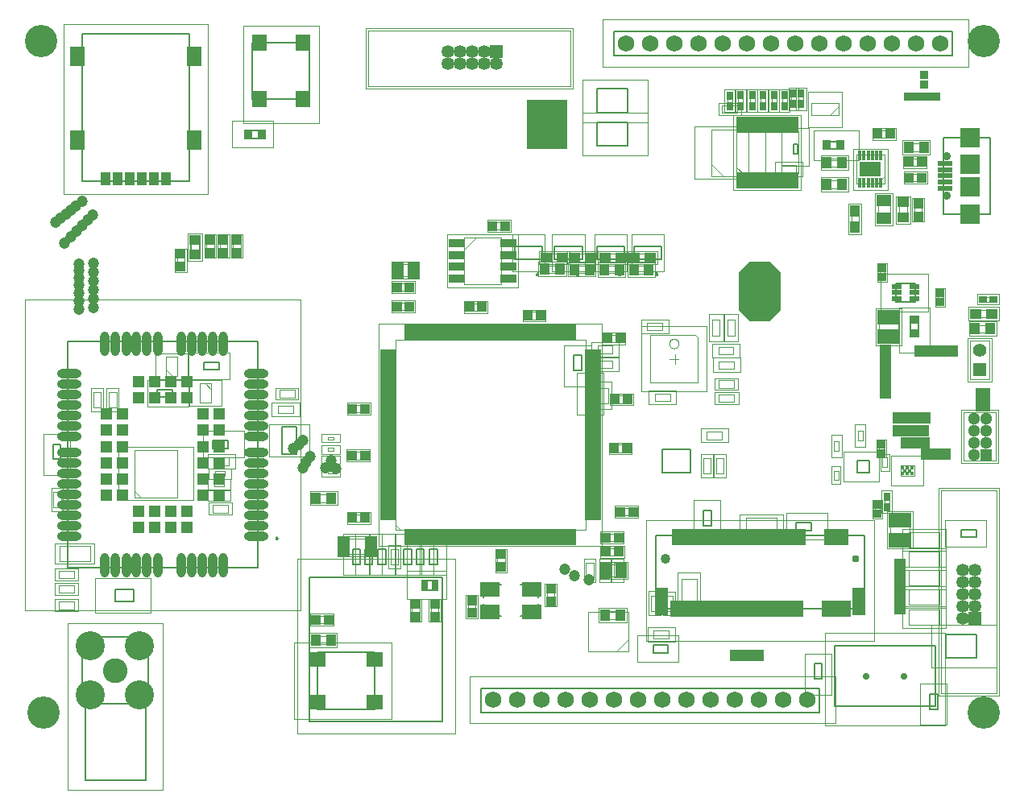
<source format=gts>
%FSTAX23Y23*%
%MOIN*%
%SFA1B1*%

%IPPOS*%
%AMD100*
4,1,8,-0.087400,0.078300,-0.087400,-0.078300,-0.043700,-0.122000,0.043700,-0.122000,0.087400,-0.078300,0.087400,0.078300,0.043700,0.122000,-0.043700,0.122000,-0.087400,0.078300,0.0*
%
%ADD10C,0.007874*%
%ADD14C,0.003937*%
%ADD15C,0.005118*%
%ADD16C,0.007874*%
%ADD18C,0.000000*%
%ADD19C,0.001969*%
%ADD59R,0.039370X0.045275*%
%ADD60R,0.068110X0.033465*%
%ADD61R,0.047244X0.039370*%
%ADD62R,0.019685X0.068898*%
%ADD63R,0.055118X0.116142*%
%ADD64R,0.066142X0.019685*%
%ADD65R,0.019685X0.066142*%
%ADD66R,0.047244X0.047244*%
%ADD67R,0.047244X0.047244*%
%ADD68O,0.102362X0.037401*%
%ADD69O,0.037401X0.102362*%
%ADD70C,0.047244*%
%ADD71R,0.094488X0.061024*%
%ADD72R,0.039370X0.021654*%
%ADD73R,0.036220X0.035039*%
%ADD74R,0.043307X0.033465*%
%ADD75R,0.031496X0.037401*%
%ADD76R,0.066929X0.059055*%
%ADD77R,0.039370X0.044882*%
%ADD78C,0.017716*%
%ADD79R,0.039764X0.044882*%
%ADD80R,0.062992X0.047244*%
%ADD81R,0.045275X0.039370*%
%ADD82R,0.061024X0.023622*%
%ADD83R,0.082677X0.082677*%
%ADD84R,0.044882X0.039370*%
%ADD85R,0.046457X0.041732*%
%ADD86R,0.025591X0.066142*%
%ADD87R,0.059055X0.078740*%
%ADD88R,0.043307X0.055118*%
%ADD89R,0.059055X0.066929*%
%ADD90R,0.033465X0.043307*%
%ADD91R,0.044882X0.039764*%
%ADD92R,0.039370X0.047244*%
%ADD93R,0.091338X0.059449*%
%ADD94R,0.017716X0.043307*%
%ADD95R,0.048031X0.065748*%
%ADD96R,0.048031X0.079527*%
%ADD97R,0.082677X0.062992*%
%ADD98R,0.037401X0.031496*%
%ADD99R,0.027559X0.047244*%
G04~CAMADD=100~4~0.0~0.0~2440.9~1748.0~0.0~437.0~0~0.0~0.0~0.0~0.0~0~0.0~0.0~0.0~0.0~0~0.0~0.0~0.0~90.0~1748.0~2440.0*
%ADD100D100*%
%ADD101C,0.068898*%
%ADD102C,0.030709*%
%ADD103C,0.040551*%
%ADD104R,0.035433X0.035433*%
%ADD105C,0.120078*%
%ADD106C,0.102362*%
%ADD107R,0.053150X0.053150*%
%ADD108C,0.053150*%
%ADD109C,0.028740*%
%ADD110C,0.035433*%
%ADD111C,0.133858*%
%ADD112R,0.053150X0.053150*%
%ADD113R,0.055118X0.055118*%
%ADD114C,0.055118*%
%ADD115C,0.051181*%
%ADD116R,0.051181X0.051181*%
%LNshm_pcb-1*%
%LPD*%
G54D10*
X01055Y0079D02*
D01*
X01055Y0079*
X01055Y00791*
X01055Y00791*
X01054Y00791*
X01054Y00791*
X01054Y00792*
X01054Y00792*
X01054Y00792*
X01054Y00792*
X01054Y00793*
X01054Y00793*
X01053Y00793*
X01053Y00793*
X01053Y00793*
X01053Y00793*
X01052Y00794*
X01052Y00794*
X01052Y00794*
X01052Y00794*
X01051Y00794*
X01051Y00794*
X01051Y00794*
X01051*
X0105Y00794*
X0105Y00794*
X0105Y00794*
X01049Y00794*
X01049Y00794*
X01049Y00794*
X01049Y00793*
X01048Y00793*
X01048Y00793*
X01048Y00793*
X01048Y00793*
X01048Y00793*
X01047Y00792*
X01047Y00792*
X01047Y00792*
X01047Y00792*
X01047Y00791*
X01047Y00791*
X01047Y00791*
X01047Y00791*
X01047Y0079*
X01047Y0079*
X01047Y0079*
X01047Y0079*
X01047Y00789*
X01047Y00789*
X01047Y00789*
X01047Y00788*
X01047Y00788*
X01047Y00788*
X01047Y00788*
X01048Y00788*
X01048Y00787*
X01048Y00787*
X01048Y00787*
X01048Y00787*
X01049Y00787*
X01049Y00787*
X01049Y00786*
X01049Y00786*
X0105Y00786*
X0105Y00786*
X0105Y00786*
X01051Y00786*
X01051*
X01051Y00786*
X01051Y00786*
X01052Y00786*
X01052Y00786*
X01052Y00786*
X01052Y00787*
X01053Y00787*
X01053Y00787*
X01053Y00787*
X01053Y00787*
X01054Y00787*
X01054Y00788*
X01054Y00788*
X01054Y00788*
X01054Y00788*
X01054Y00788*
X01054Y00789*
X01054Y00789*
X01055Y00789*
X01055Y0079*
X01055Y0079*
X01055Y0079*
X01009Y01156D02*
D01*
X01009Y01156*
X01009Y01157*
X01009Y01157*
X01009Y01157*
X01009Y01158*
X01009Y01158*
X01009Y01158*
X01009Y01158*
X01009Y01159*
X01008Y01159*
X01008Y01159*
X01008Y01159*
X01008Y01159*
X01008Y01159*
X01007Y0116*
X01007Y0116*
X01007Y0116*
X01007Y0116*
X01006Y0116*
X01006Y0116*
X01006Y0116*
X01006Y0116*
X01005*
X01005Y0116*
X01005Y0116*
X01004Y0116*
X01004Y0116*
X01004Y0116*
X01004Y0116*
X01003Y0116*
X01003Y01159*
X01003Y01159*
X01003Y01159*
X01003Y01159*
X01002Y01159*
X01002Y01159*
X01002Y01158*
X01002Y01158*
X01002Y01158*
X01002Y01158*
X01002Y01157*
X01002Y01157*
X01002Y01157*
X01001Y01156*
X01001Y01156*
X01001Y01156*
X01002Y01156*
X01002Y01155*
X01002Y01155*
X01002Y01155*
X01002Y01155*
X01002Y01154*
X01002Y01154*
X01002Y01154*
X01002Y01154*
X01003Y01153*
X01003Y01153*
X01003Y01153*
X01003Y01153*
X01003Y01153*
X01004Y01153*
X01004Y01153*
X01004Y01152*
X01004Y01152*
X01005Y01152*
X01005Y01152*
X01005Y01152*
X01006*
X01006Y01152*
X01006Y01152*
X01006Y01152*
X01007Y01152*
X01007Y01153*
X01007Y01153*
X01007Y01153*
X01008Y01153*
X01008Y01153*
X01008Y01153*
X01008Y01153*
X01008Y01154*
X01009Y01154*
X01009Y01154*
X01009Y01154*
X01009Y01155*
X01009Y01155*
X01009Y01155*
X01009Y01155*
X01009Y01156*
X01009Y01156*
X01009Y01156*
X02133Y01883D02*
D01*
X02133Y01883*
X02133Y01884*
X02132Y01884*
X02132Y01884*
X02132Y01884*
X02132Y01885*
X02132Y01885*
X02132Y01885*
X02132Y01885*
X02132Y01885*
X02131Y01886*
X02131Y01886*
X02131Y01886*
X02131Y01886*
X02131Y01886*
X0213Y01887*
X0213Y01887*
X0213Y01887*
X0213Y01887*
X02129Y01887*
X02129Y01887*
X02129Y01887*
X02128*
X02128Y01887*
X02128Y01887*
X02128Y01887*
X02127Y01887*
X02127Y01887*
X02127Y01887*
X02127Y01886*
X02126Y01886*
X02126Y01886*
X02126Y01886*
X02126Y01886*
X02126Y01885*
X02125Y01885*
X02125Y01885*
X02125Y01885*
X02125Y01885*
X02125Y01884*
X02125Y01884*
X02125Y01884*
X02125Y01884*
X02125Y01883*
X02125Y01883*
X02125Y01883*
X02125Y01882*
X02125Y01882*
X02125Y01882*
X02125Y01882*
X02125Y01881*
X02125Y01881*
X02125Y01881*
X02125Y01881*
X02126Y0188*
X02126Y0188*
X02126Y0188*
X02126Y0188*
X02126Y0188*
X02127Y0188*
X02127Y01879*
X02127Y01879*
X02127Y01879*
X02128Y01879*
X02128Y01879*
X02128Y01879*
X02128Y01879*
X02129*
X02129Y01879*
X02129Y01879*
X0213Y01879*
X0213Y01879*
X0213Y01879*
X0213Y01879*
X02131Y0188*
X02131Y0188*
X02131Y0188*
X02131Y0188*
X02131Y0188*
X02132Y0188*
X02132Y01881*
X02132Y01881*
X02132Y01881*
X02132Y01881*
X02132Y01882*
X02132Y01882*
X02132Y01882*
X02133Y01882*
X02133Y01883*
X02133Y01883*
X02298D02*
D01*
X02298Y01883*
X02298Y01884*
X02298Y01884*
X02298Y01884*
X02298Y01884*
X02298Y01885*
X02297Y01885*
X02297Y01885*
X02297Y01885*
X02297Y01885*
X02297Y01886*
X02297Y01886*
X02296Y01886*
X02296Y01886*
X02296Y01886*
X02296Y01887*
X02295Y01887*
X02295Y01887*
X02295Y01887*
X02295Y01887*
X02294Y01887*
X02294Y01887*
X02294*
X02294Y01887*
X02293Y01887*
X02293Y01887*
X02293Y01887*
X02293Y01887*
X02292Y01887*
X02292Y01886*
X02292Y01886*
X02292Y01886*
X02291Y01886*
X02291Y01886*
X02291Y01885*
X02291Y01885*
X02291Y01885*
X02291Y01885*
X0229Y01885*
X0229Y01884*
X0229Y01884*
X0229Y01884*
X0229Y01884*
X0229Y01883*
X0229Y01883*
X0229Y01883*
X0229Y01882*
X0229Y01882*
X0229Y01882*
X0229Y01882*
X0229Y01881*
X02291Y01881*
X02291Y01881*
X02291Y01881*
X02291Y0188*
X02291Y0188*
X02291Y0188*
X02292Y0188*
X02292Y0188*
X02292Y0188*
X02292Y01879*
X02293Y01879*
X02293Y01879*
X02293Y01879*
X02293Y01879*
X02294Y01879*
X02294Y01879*
X02294*
X02294Y01879*
X02295Y01879*
X02295Y01879*
X02295Y01879*
X02295Y01879*
X02296Y01879*
X02296Y0188*
X02296Y0188*
X02296Y0188*
X02297Y0188*
X02297Y0188*
X02297Y0188*
X02297Y01881*
X02297Y01881*
X02297Y01881*
X02298Y01881*
X02298Y01882*
X02298Y01882*
X02298Y01882*
X02298Y01882*
X02298Y01883*
X02298Y01883*
X02473D02*
D01*
X02473Y01883*
X02473Y01884*
X02473Y01884*
X02473Y01884*
X02473Y01884*
X02473Y01885*
X02473Y01885*
X02473Y01885*
X02472Y01885*
X02472Y01885*
X02472Y01886*
X02472Y01886*
X02472Y01886*
X02471Y01886*
X02471Y01886*
X02471Y01887*
X02471Y01887*
X0247Y01887*
X0247Y01887*
X0247Y01887*
X0247Y01887*
X02469Y01887*
X02469*
X02469Y01887*
X02469Y01887*
X02468Y01887*
X02468Y01887*
X02468Y01887*
X02467Y01887*
X02467Y01886*
X02467Y01886*
X02467Y01886*
X02467Y01886*
X02466Y01886*
X02466Y01885*
X02466Y01885*
X02466Y01885*
X02466Y01885*
X02466Y01885*
X02465Y01884*
X02465Y01884*
X02465Y01884*
X02465Y01884*
X02465Y01883*
X02465Y01883*
X02465Y01883*
X02465Y01882*
X02465Y01882*
X02465Y01882*
X02465Y01882*
X02466Y01881*
X02466Y01881*
X02466Y01881*
X02466Y01881*
X02466Y0188*
X02466Y0188*
X02467Y0188*
X02467Y0188*
X02467Y0188*
X02467Y0188*
X02467Y01879*
X02468Y01879*
X02468Y01879*
X02468Y01879*
X02469Y01879*
X02469Y01879*
X02469Y01879*
X02469*
X0247Y01879*
X0247Y01879*
X0247Y01879*
X0247Y01879*
X02471Y01879*
X02471Y01879*
X02471Y0188*
X02471Y0188*
X02472Y0188*
X02472Y0188*
X02472Y0188*
X02472Y0188*
X02472Y01881*
X02473Y01881*
X02473Y01881*
X02473Y01881*
X02473Y01882*
X02473Y01882*
X02473Y01882*
X02473Y01882*
X02473Y01883*
X02473Y01883*
X02626D02*
D01*
X02626Y01883*
X02626Y01884*
X02626Y01884*
X02626Y01884*
X02626Y01884*
X02626Y01885*
X02625Y01885*
X02625Y01885*
X02625Y01885*
X02625Y01885*
X02625Y01886*
X02625Y01886*
X02624Y01886*
X02624Y01886*
X02624Y01886*
X02624Y01887*
X02623Y01887*
X02623Y01887*
X02623Y01887*
X02623Y01887*
X02622Y01887*
X02622Y01887*
X02622*
X02622Y01887*
X02621Y01887*
X02621Y01887*
X02621Y01887*
X0262Y01887*
X0262Y01887*
X0262Y01886*
X0262Y01886*
X0262Y01886*
X02619Y01886*
X02619Y01886*
X02619Y01885*
X02619Y01885*
X02619Y01885*
X02618Y01885*
X02618Y01885*
X02618Y01884*
X02618Y01884*
X02618Y01884*
X02618Y01884*
X02618Y01883*
X02618Y01883*
X02618Y01883*
X02618Y01882*
X02618Y01882*
X02618Y01882*
X02618Y01882*
X02618Y01881*
X02618Y01881*
X02619Y01881*
X02619Y01881*
X02619Y0188*
X02619Y0188*
X02619Y0188*
X0262Y0188*
X0262Y0188*
X0262Y0188*
X0262Y01879*
X0262Y01879*
X02621Y01879*
X02621Y01879*
X02621Y01879*
X02622Y01879*
X02622Y01879*
X02622*
X02622Y01879*
X02623Y01879*
X02623Y01879*
X02623Y01879*
X02623Y01879*
X02624Y01879*
X02624Y0188*
X02624Y0188*
X02624Y0188*
X02625Y0188*
X02625Y0188*
X02625Y0188*
X02625Y01881*
X02625Y01881*
X02625Y01881*
X02626Y01881*
X02626Y01882*
X02626Y01882*
X02626Y01882*
X02626Y01882*
X02626Y01883*
X02626Y01883*
X00381Y00529D02*
Y00578D01*
X0046*
Y00529D02*
Y00578D01*
X00381Y00529D02*
X0046D01*
X03752Y00083D02*
X03784D01*
X03752D02*
Y00146D01*
X03784*
Y00083D02*
Y00146D01*
X03274Y00208D02*
X03305D01*
X03274D02*
Y00271D01*
X03305*
Y00208D02*
Y00271D01*
X03261Y00823D02*
Y00855D01*
X03198Y00823D02*
X03261D01*
X03198D02*
Y00855D01*
X03261*
X02816Y00843D02*
X02847D01*
X02816D02*
Y00906D01*
X02847*
Y00843D02*
Y00906D01*
X0382Y00393D02*
X03945D01*
X0382Y00295D02*
Y00393D01*
Y00295D02*
X03945D01*
Y00393*
X02375Y02651D02*
X02501D01*
X02375Y02553D02*
Y02651D01*
Y02553D02*
X02501D01*
Y02651*
X02375Y02513D02*
X02501D01*
X02375Y02415D02*
Y02513D01*
Y02415D02*
X02501D01*
Y02513*
X01895Y0007D02*
X03295D01*
X01895D02*
Y0017D01*
X03295*
Y0007D02*
Y0017D01*
X02446Y02789D02*
X03846D01*
X02446D02*
Y02889D01*
X03846*
Y02789D02*
Y02889D01*
X0262Y00803D02*
X03482D01*
X0262Y00499D02*
Y00803D01*
Y00499D02*
X03482D01*
Y00803*
X02311Y01485D02*
Y01548D01*
X0228D02*
X02311D01*
X0228Y01485D02*
Y01548D01*
Y01485D02*
X02311D01*
X02331Y01345D02*
Y01408D01*
Y01345D02*
X02363D01*
Y01408*
X02331D02*
X02363D01*
X00257Y-00213D02*
Y00105D01*
Y-00213D02*
X00507D01*
Y00105*
X00244D02*
Y00381D01*
X00519*
Y00105D02*
Y00381D01*
X00244Y00105D02*
X00519D01*
X03776Y00096D02*
Y00344D01*
X03357Y00096D02*
X03776D01*
X03357D02*
Y00344D01*
X03776*
X03881Y00795D02*
X03944D01*
Y00826*
X03881D02*
X03944D01*
X03881Y00795D02*
Y00826D01*
X03613Y01846D02*
X03692D01*
X03613Y01767D02*
Y01846D01*
Y01767D02*
X03692D01*
Y01846*
X03673Y01633D02*
X03704D01*
Y01696*
X03673D02*
X03704D01*
X03673Y01633D02*
Y01696D01*
X0122Y00318D02*
X01456D01*
Y00082D02*
Y00318D01*
X0122Y00082D02*
X01456D01*
X0122D02*
Y00318D01*
X03807Y02133D02*
Y02448D01*
X04003*
Y02133D02*
Y02448D01*
X03807Y02133D02*
X04003D01*
X03187Y02421D02*
X03206D01*
Y02381D02*
Y02421D01*
X03187Y02381D02*
X03206D01*
X03187D02*
Y02421D01*
X00687Y0227D02*
Y02877D01*
X00246D02*
X00687D01*
X00246Y0227D02*
Y02877D01*
Y0227D02*
X00687D01*
X0095Y02607D02*
Y02843D01*
X01186*
Y02607D02*
Y02843D01*
X0095Y02607D02*
X01186D01*
X0093Y02478D02*
X00993D01*
Y02446D02*
Y02478D01*
X0093Y02446D02*
X00993D01*
X0093D02*
Y02478D01*
X03383Y02401D02*
Y02433D01*
X0332D02*
X03383D01*
X0332Y02401D02*
Y02433D01*
Y02401D02*
X03383D01*
X00849Y01163D02*
Y01195D01*
X00786Y01163D02*
X00849D01*
X00786D02*
Y01195D01*
X00849*
X01185Y0063D02*
X01736D01*
Y00031D02*
Y0063D01*
X01185Y00031D02*
X01736D01*
X01185D02*
Y0063D01*
X0075Y01487D02*
X00812D01*
Y01518*
X0075D02*
X00812D01*
X0075Y01487D02*
Y01518D01*
X00125Y01117D02*
X00156D01*
X00125D02*
Y0118D01*
X00156*
Y01117D02*
Y0118D01*
X00619Y01374D02*
Y01405D01*
X00555Y01374D02*
X00619D01*
X00555D02*
Y01405D01*
X00619*
X02607Y00316D02*
X0267D01*
Y00348*
X02607D02*
X0267D01*
X02607Y00316D02*
Y00348D01*
X01627Y00681D02*
Y00744D01*
Y00681D02*
X01659D01*
Y00744*
X01627D02*
X01659D01*
X01683D02*
X01714D01*
Y00681D02*
Y00744D01*
X01683Y00681D02*
X01714D01*
X01683D02*
Y00744D01*
X01364D02*
X01395D01*
Y00681D02*
Y00744D01*
X01364Y00681D02*
X01395D01*
X01364D02*
Y00744D01*
X01576D02*
X01608D01*
Y00681D02*
Y00744D01*
X01576Y00681D02*
X01608D01*
X01576D02*
Y00744D01*
X02644Y0116D02*
X02762D01*
X02644Y01062D02*
Y0116D01*
Y01062D02*
X02762D01*
Y0116*
X01651Y00616D02*
X01714D01*
Y00576D02*
Y00616D01*
X01651Y00576D02*
X01714D01*
X01651D02*
Y00616D01*
X03451Y01063D02*
X03502D01*
X03451D02*
Y01111D01*
X03502*
Y01063D02*
Y01111D01*
X0147Y00681D02*
Y00744D01*
Y00681D02*
X01501D01*
Y00744*
X0147D02*
X01501D01*
X01415Y00681D02*
Y00744D01*
Y00681D02*
X01446D01*
Y00744*
X01415D02*
X01446D01*
G54D14*
X02713Y01596D02*
D01*
X02713Y01597*
X02713Y01599*
X02713Y016*
X02713Y01601*
X02712Y01603*
X02712Y01604*
X02711Y01605*
X0271Y01606*
X0271Y01608*
X02709Y01609*
X02708Y0161*
X02707Y01611*
X02706Y01611*
X02705Y01612*
X02703Y01613*
X02702Y01614*
X02701Y01614*
X027Y01615*
X02698Y01615*
X02697Y01615*
X02696Y01616*
X02694Y01616*
X02693*
X02692Y01616*
X0269Y01615*
X02689Y01615*
X02688Y01615*
X02686Y01614*
X02685Y01614*
X02684Y01613*
X02683Y01612*
X02681Y01611*
X0268Y01611*
X02679Y0161*
X02679Y01609*
X02678Y01608*
X02677Y01606*
X02676Y01605*
X02676Y01604*
X02675Y01603*
X02675Y01601*
X02674Y016*
X02674Y01599*
X02674Y01597*
X02674Y01596*
X02674Y01595*
X02674Y01593*
X02674Y01592*
X02675Y01591*
X02675Y01589*
X02676Y01588*
X02676Y01587*
X02677Y01586*
X02678Y01584*
X02679Y01583*
X02679Y01582*
X0268Y01581*
X02681Y0158*
X02683Y0158*
X02684Y01579*
X02685Y01578*
X02686Y01578*
X02688Y01577*
X02689Y01577*
X0269Y01577*
X02692Y01576*
X02693Y01576*
X02694*
X02696Y01576*
X02697Y01577*
X02698Y01577*
X027Y01577*
X02701Y01578*
X02702Y01578*
X02703Y01579*
X02705Y0158*
X02706Y0158*
X02707Y01581*
X02708Y01582*
X02709Y01583*
X0271Y01584*
X0271Y01586*
X02711Y01587*
X02712Y01588*
X02712Y01589*
X02713Y01591*
X02713Y01592*
X02713Y01593*
X02713Y01595*
X02713Y01596*
X01213Y00972D02*
X01276D01*
Y0094D02*
Y00972D01*
X01213Y0094D02*
X01276D01*
X01213D02*
Y00972D01*
X02992Y00811D02*
Y00874D01*
X03118*
Y00811D02*
Y00874D01*
X02992Y00811D02*
X03118D01*
X01826Y02035D02*
X0198D01*
Y01842D02*
Y02035D01*
X01826Y01842D02*
X0198D01*
X01826D02*
Y02035D01*
Y01985D02*
X01876Y02035D01*
X02527Y01886D02*
Y01918D01*
Y01886D02*
X0259D01*
Y01918*
X02527D02*
X0259D01*
X02577Y01936D02*
X02592Y01951D01*
Y01936D02*
Y01967D01*
X02529D02*
X02592D01*
X02529Y01936D02*
Y01967D01*
Y01936D02*
X02592D01*
X02409D02*
X02472D01*
X02409D02*
Y01967D01*
X02472*
Y01936D02*
Y01967D01*
X02456Y01936D02*
X02472Y01951D01*
X01541Y00844D02*
X01561Y00824D01*
X01541D02*
X02328D01*
Y01612*
X01541D02*
X02328D01*
X01541Y00824D02*
Y01612D01*
X02852Y01694D02*
X02883D01*
Y0163D02*
Y01694D01*
X02852Y0163D02*
X02883D01*
X02852D02*
Y01694D01*
X02915D02*
X02946D01*
Y0163D02*
Y01694D01*
X02915Y0163D02*
X02946D01*
X02915D02*
Y01694D01*
X0294Y01551D02*
Y01582D01*
X02877Y01551D02*
X0294D01*
X02877D02*
Y01582D01*
X0294*
X02942Y01492D02*
Y01523D01*
X02879Y01492D02*
X02942D01*
X02879D02*
Y01523D01*
X02942*
X02377Y01556D02*
Y01587D01*
X0244*
Y01556D02*
Y01587D01*
X02377Y01556D02*
X0244D01*
X02377Y01494D02*
Y01526D01*
X0244*
Y01494D02*
Y01526D01*
X02377Y01494D02*
X0244D01*
X0239Y01413D02*
X02422D01*
Y0135D02*
Y01413D01*
X0239Y0135D02*
X02422D01*
X0239D02*
Y01413D01*
X02677Y01358D02*
Y01389D01*
X02614Y01358D02*
X02677D01*
X02614D02*
Y01389D01*
X02677*
X02724Y00622D02*
X02787D01*
Y00496D02*
Y00622D01*
X02724Y00496D02*
X02787D01*
X02724D02*
Y00622D01*
X02792Y01435D02*
Y01623D01*
X02595Y01435D02*
X02792D01*
X02783Y01631D02*
X02792Y01623D01*
X02595Y01435D02*
Y01631D01*
X02783*
X03798Y00147D02*
X04027D01*
X03798D02*
Y00987D01*
X04027*
Y00147D02*
Y00987D01*
X03791Y00433D02*
Y00496D01*
X03665Y00433D02*
X03791D01*
X03665D02*
Y00496D01*
X03791*
Y00515D02*
Y00578D01*
X03665Y00515D02*
X03791D01*
X03665D02*
Y00578D01*
X03791*
Y00594D02*
Y00657D01*
X03665Y00594D02*
X03791D01*
X03665D02*
Y00657D01*
X03791*
Y00673D02*
Y00736D01*
X03665Y00673D02*
X03791D01*
X03665D02*
Y00736D01*
X03791*
Y00751D02*
Y00814D01*
X03665Y00751D02*
X03791D01*
X03665D02*
Y00814D01*
X03791*
X03664Y02393D02*
X03727D01*
X03664D02*
Y02424D01*
X03727*
Y02393D02*
Y02424D01*
X03669Y00775D02*
Y00874D01*
X0359Y00775D02*
X03669D01*
X0359D02*
Y00874D01*
X03669*
X03785Y01767D02*
Y01807D01*
X03805*
Y01767D02*
Y01807D01*
X03785Y01767D02*
X03805D01*
X03541Y01141D02*
Y01181D01*
X03561*
Y01141D02*
Y01181D01*
X03541Y01141D02*
X03561D01*
X0321Y02629D02*
X0323D01*
X0321Y0259D02*
Y02629D01*
Y0259D02*
X0323D01*
Y02629*
X03179D02*
X03198D01*
X03179Y0259D02*
Y02629D01*
Y0259D02*
X03198D01*
Y02629*
X01211Y00384D02*
X01274D01*
Y00353D02*
Y00384D01*
X01211Y00353D02*
X01274D01*
X01211D02*
Y00384D01*
X01206Y00468D02*
X01269D01*
Y00437D02*
Y00468D01*
X01206Y00437D02*
X01269D01*
X01206D02*
Y00468D01*
X03631Y01049D02*
Y01092D01*
X03687*
Y01049D02*
Y01092D01*
X03631Y01049D02*
X03687D01*
X03622Y01616D02*
Y01714D01*
X03543Y01616D02*
X03622D01*
X03543D02*
Y01714D01*
X03622*
X03545Y01909D02*
X03564D01*
X03545Y0187D02*
Y01909D01*
Y0187D02*
X03564D01*
Y01909*
Y0096D02*
X03584D01*
X03564Y00921D02*
Y0096D01*
Y00921D02*
X03584D01*
Y0096*
X03525Y00929D02*
X03545D01*
X03525Y00889D02*
Y00929D01*
Y00889D02*
X03545D01*
Y00929*
X03161Y02582D02*
Y02622D01*
X03141Y02582D02*
X03161D01*
X03141D02*
Y02622D01*
X03161*
X03531Y02448D02*
X03594D01*
X03531D02*
Y0248D01*
X03594*
Y02448D02*
Y0248D01*
X03538Y02114D02*
X03587D01*
Y02192*
X03538D02*
X03587D01*
X03538Y02114D02*
Y02192D01*
X03657Y02118D02*
Y02181D01*
X03625Y02118D02*
X03657D01*
X03625D02*
Y02181D01*
X03657*
X0087Y01968D02*
Y02031D01*
X00901*
Y01968D02*
Y02031D01*
X0087Y01968D02*
X00901D01*
X00814D02*
Y02031D01*
X00846*
Y01968D02*
Y02031D01*
X00814Y01968D02*
X00846D01*
X00791D02*
Y02031D01*
X00759Y01968D02*
X00791D01*
X00759D02*
Y02031D01*
X00791*
X00637Y01909D02*
X00669D01*
Y01972*
X00637D02*
X00669D01*
X00637Y01909D02*
Y01972D01*
X02848Y02339D02*
X02898Y02289D01*
X02848D02*
Y02482D01*
X03001*
Y02289D02*
Y02482D01*
X02848Y02289D02*
X03001D01*
X02893Y02551D02*
X02956D01*
Y02582*
X02893D02*
X02956D01*
X02893Y02551D02*
Y02582D01*
X02951Y02301D02*
Y02474D01*
X03207*
Y02301D02*
Y02474D01*
X02951Y02301D02*
X03207D01*
X02951Y02326D02*
X02977Y02301D01*
X0296Y02582D02*
X0298D01*
Y02622*
X0296D02*
X0298D01*
X0296Y02582D02*
Y02622D01*
X02915Y02581D02*
X02935D01*
Y0262*
X02915D02*
X02935D01*
X02915Y02581D02*
Y0262D01*
X03007Y02582D02*
X03027D01*
Y02622*
X03007D02*
X03027D01*
X03007Y02582D02*
Y02622D01*
X03052D02*
X03072D01*
X03052Y02582D02*
Y02622D01*
Y02582D02*
X03072D01*
Y02622*
X03097D02*
X03117D01*
X03097Y02582D02*
Y02622D01*
Y02582D02*
X03117D01*
Y02622*
X02409Y00456D02*
Y00488D01*
Y00456D02*
X02472D01*
Y00488*
X02409D02*
X02472D01*
X03326Y0224D02*
Y02271D01*
Y0224D02*
X03389D01*
Y02271*
X03326D02*
X03389D01*
X0372Y02118D02*
Y02181D01*
X03688Y02118D02*
X0372D01*
X03688D02*
Y02181D01*
X0372*
X03661Y02298D02*
X03724D01*
Y02267D02*
Y02298D01*
X03661Y02267D02*
X03724D01*
X03661D02*
Y02298D01*
X0366Y02362D02*
X03723D01*
Y02331D02*
Y02362D01*
X0366Y02331D02*
X03723D01*
X0366D02*
Y02362D01*
X03442Y02144D02*
X03458Y02128D01*
X03427Y02144D02*
X03458D01*
X03427Y02081D02*
Y02144D01*
Y02081D02*
X03458D01*
Y02144*
X03536Y02259D02*
X03565Y02288D01*
X03447Y02259D02*
X03565D01*
X03447D02*
Y02377D01*
X03565*
Y02259D02*
Y02377D01*
X02083Y01727D02*
X02146D01*
Y01696D02*
Y01727D01*
X02083Y01696D02*
X02146D01*
X02083D02*
Y01727D01*
X03338Y02541D02*
X03375Y02578D01*
X03261Y02541D02*
X03375D01*
X03261D02*
Y02592D01*
X03375*
Y02541D02*
Y02592D01*
X0079Y01092D02*
X00853D01*
Y01124*
X0079D02*
X00853D01*
X0079Y01092D02*
Y01124D01*
X00463Y00985D02*
X00489Y00959D01*
X00463D02*
Y01156D01*
X00637*
Y00959D02*
Y01156D01*
X00463Y00959D02*
X00637D01*
X00792Y00958D02*
Y00978D01*
X00831*
Y00958D02*
Y00978D01*
X00792Y00958D02*
X00831D01*
X01605Y01814D02*
Y01846D01*
X01542D02*
X01605D01*
X01542Y01814D02*
Y01846D01*
Y01814D02*
X01605D01*
X01622Y01874D02*
Y01924D01*
X01543D02*
X01622D01*
X01543Y01874D02*
Y01924D01*
Y01874D02*
X01622D01*
X01445Y00724D02*
Y00787D01*
X01319D02*
X01445D01*
X01319Y00724D02*
Y00787D01*
Y00724D02*
X01445D01*
X03326Y02362D02*
X03389D01*
Y0233D02*
Y02362D01*
X03326Y0233D02*
X03389D01*
X03326D02*
Y02362D01*
X00323Y01331D02*
Y01394D01*
X00291D02*
X00323D01*
X00291Y01331D02*
Y01394D01*
Y01331D02*
X00323D01*
X00355Y01396D02*
X00387D01*
Y01333D02*
Y01396D01*
X00355Y01333D02*
X00387D01*
X00355D02*
Y01396D01*
X00149Y00496D02*
Y00528D01*
X00212*
Y00496D02*
Y00528D01*
X00149Y00496D02*
X00212D01*
X00149Y00596D02*
X00212D01*
X00149Y00564D02*
Y00596D01*
Y00564D02*
X00212D01*
Y00596*
X00149Y00624D02*
X00212D01*
Y00655*
X00149D02*
X00212D01*
X00149Y00624D02*
Y00655D01*
X01124Y01373D02*
Y01404D01*
X01061Y01373D02*
X01124D01*
X01061D02*
Y01404D01*
X01124*
X02001Y02067D02*
Y02098D01*
X01938D02*
X02001D01*
X01938Y02067D02*
Y02098D01*
Y02067D02*
X02001D01*
X0233Y01936D02*
X02346Y01951D01*
Y01936D02*
Y01967D01*
X02283D02*
X02346D01*
X02283Y01936D02*
Y01967D01*
Y01936D02*
X02346D01*
X01118Y01307D02*
Y01339D01*
X01056Y01307D02*
X01118D01*
X01056D02*
Y01339D01*
X01118*
X02405Y00633D02*
X02484D01*
X02405D02*
Y00683D01*
X02484*
Y00633D02*
Y00683D01*
X0247Y00718D02*
Y0075D01*
X02407D02*
X0247D01*
X02407Y00718D02*
Y0075D01*
Y00718D02*
X0247D01*
X02406Y00777D02*
Y00809D01*
Y00777D02*
X02469D01*
Y00809*
X02406D02*
X02469D01*
X04003Y01641D02*
Y01673D01*
X0394D02*
X04003D01*
X0394Y01641D02*
Y01673D01*
Y01641D02*
X04003D01*
X02444Y0135D02*
Y01381D01*
Y0135D02*
X02507D01*
Y01381*
X02444D02*
X02507D01*
X0261Y00407D02*
X02673D01*
X0261Y00375D02*
Y00407D01*
Y00375D02*
X02673D01*
Y00407*
X02645Y01651D02*
Y01682D01*
X02582Y01651D02*
X02645D01*
X02582D02*
Y01682D01*
X02645*
X02266Y02663D02*
Y02892D01*
X01427Y02663D02*
X02266D01*
X01427D02*
Y02892D01*
X02266*
X0392Y0145D02*
X03998D01*
X0392D02*
Y01608D01*
X03998*
Y0145D02*
Y01608D01*
X00795Y01048D02*
X00835D01*
Y01067*
X00795D02*
X00835D01*
X00795Y01048D02*
Y01067D01*
X03944Y01736D02*
X04007D01*
Y01704D02*
Y01736D01*
X03944Y01704D02*
X04007D01*
X03944D02*
Y01736D01*
Y0172D02*
X0396Y01736D01*
X04013Y01769D02*
Y01789D01*
X03974D02*
X04013D01*
X03974Y01769D02*
Y01789D01*
Y01769D02*
X04013D01*
X00792Y01004D02*
X00831D01*
Y01024*
X00792D02*
X00831D01*
X00792Y01004D02*
Y01024D01*
X02405Y01887D02*
Y01918D01*
Y01887D02*
X02468D01*
Y01918*
X02405D02*
X02468D01*
X02158Y0192D02*
X02221D01*
Y01889D02*
Y0192D01*
X02158Y01889D02*
X02221D01*
X02158D02*
Y0192D01*
X02281Y01919D02*
X02344D01*
Y01888D02*
Y01919D01*
X02281Y01888D02*
X02344D01*
X02281D02*
Y01919D01*
X01688Y00524D02*
X0172D01*
X01688Y00461D02*
Y00524D01*
Y00461D02*
X0172D01*
Y00524*
X0161D02*
X01641D01*
X0161Y00461D02*
Y00524D01*
Y00461D02*
X01641D01*
Y00524*
X01872Y00475D02*
Y00538D01*
X01841Y00475D02*
X01872D01*
X01841D02*
Y00538D01*
X01872*
X03455Y01196D02*
Y01235D01*
Y01196D02*
X03474D01*
Y01235*
X03455D02*
X03474D01*
X03355Y01152D02*
Y01192D01*
Y01152D02*
X03375D01*
Y01192*
X03355D02*
X03375D01*
X03575Y01084D02*
Y01124D01*
X03555D02*
X03575D01*
X03555Y01084D02*
Y01124D01*
Y01084D02*
X03575D01*
X03354Y01031D02*
X03374D01*
X03354D02*
Y0107D01*
X03374*
Y01031D02*
Y0107D01*
X01261Y01109D02*
Y01121D01*
X01284*
Y01109D02*
Y01121D01*
X01261Y01109D02*
X01284D01*
X01261Y01152D02*
Y01164D01*
X01284*
Y01152D02*
Y01164D01*
X01261Y01152D02*
X01284D01*
X02829Y012D02*
Y01232D01*
X02892*
Y012D02*
Y01232D01*
X02829Y012D02*
X02892D01*
X01261Y01198D02*
Y0121D01*
X01285*
Y01198D02*
Y0121D01*
X01261Y01198D02*
X01285D01*
X01261Y01057D02*
Y01068D01*
X01285*
Y01057D02*
Y01068D01*
X01261Y01057D02*
X01285D01*
X02868Y01059D02*
Y01122D01*
Y01059D02*
X02899D01*
Y01122*
X02868D02*
X02899D01*
X02814Y01058D02*
Y01121D01*
Y01058D02*
X02845D01*
Y01121*
X02814D02*
X02845D01*
X03137Y02334D02*
X032D01*
X03137Y02303D02*
Y02334D01*
Y02303D02*
X032D01*
Y02334*
X00731Y01431D02*
X0078D01*
X00731Y01352D02*
Y01431D01*
Y01352D02*
X0078D01*
Y01431*
X00754D02*
X0078Y01405D01*
X00591Y01462D02*
X0064D01*
Y01541*
X00591D02*
X0064D01*
X00591Y01462D02*
Y01541D01*
Y01488D02*
X00617Y01462D01*
X04025Y01111D02*
Y01311D01*
X03892D02*
X04025D01*
X03892Y01111D02*
Y01311D01*
Y01111D02*
X04025D01*
X00125Y00982D02*
X00157D01*
Y00919D02*
Y00982D01*
X00125Y00919D02*
X00157D01*
X00125D02*
Y00982D01*
X00786Y00896D02*
Y00928D01*
X00849*
Y00896D02*
Y00928D01*
X00786Y00896D02*
X00849D01*
X00151Y00695D02*
X00277D01*
Y00758*
X00151D02*
X00277D01*
X00151Y00695D02*
Y00758D01*
X01521Y00681D02*
X01553D01*
X01521D02*
Y00744D01*
X01553*
Y00681D02*
Y00744D01*
X02168Y01936D02*
X02231D01*
X02168D02*
Y01967D01*
X02231*
Y01936D02*
Y01967D01*
X02215Y01936D02*
X02231Y01951D01*
X02169Y00523D02*
Y00586D01*
X022*
Y00523D02*
Y00586D01*
X02169Y00523D02*
X022D01*
X01842Y01763D02*
X01905D01*
Y01732D02*
Y01763D01*
X01842Y01732D02*
X01905D01*
X01842D02*
Y01763D01*
X02413Y01633D02*
X02476D01*
Y01602D02*
Y01633D01*
X02413Y01602D02*
X02476D01*
X02413D02*
Y01633D01*
X0244Y01177D02*
X02503D01*
Y01145D02*
Y01177D01*
X0244Y01145D02*
X02503D01*
X0244D02*
Y01177D01*
X01994Y00667D02*
Y0073D01*
X01963Y00667D02*
X01994D01*
X01963D02*
Y0073D01*
X01994*
X02466Y00916D02*
X02529D01*
Y00885D02*
Y00916D01*
X02466Y00885D02*
X02529D01*
X02466D02*
Y00916D01*
X01542Y01735D02*
Y01766D01*
Y01735D02*
X01605D01*
Y01766*
X01542D02*
X01605D01*
X01421Y01311D02*
Y01342D01*
X01358D02*
X01421D01*
X01358Y01311D02*
Y01342D01*
Y01311D02*
X01421D01*
X0142Y01116D02*
Y01148D01*
X01357D02*
X0142D01*
X01357Y01116D02*
Y01148D01*
Y01116D02*
X0142D01*
X01421Y00858D02*
Y00889D01*
X01358D02*
X01421D01*
X01358Y00858D02*
Y00889D01*
Y00858D02*
X01421D01*
X02879Y01444D02*
X02942D01*
X02879Y01413D02*
Y01444D01*
Y01413D02*
X02942D01*
Y01444*
Y01354D02*
Y01385D01*
X02879Y01354D02*
X02942D01*
X02879D02*
Y01385D01*
X02942*
X02444Y00627D02*
X02476D01*
X02444D02*
Y00689D01*
X02476*
Y00627D02*
Y00689D01*
X02393Y00625D02*
X02425D01*
X02393D02*
Y00688D01*
X02425*
Y00625D02*
Y00688D01*
X0233Y00625D02*
X02362D01*
X0233D02*
Y00688D01*
X02362*
Y00625D02*
Y00688D01*
X0269Y0049D02*
Y00553D01*
X02659D02*
X0269D01*
X02659Y0049D02*
Y00553D01*
Y0049D02*
X0269D01*
X02597Y00553D02*
X02629D01*
Y0049D02*
Y00553D01*
X02597Y0049D02*
X02629D01*
X02597D02*
Y00553D01*
X0258Y00366D02*
X03521D01*
X0258D02*
Y00865D01*
X03521*
Y00366D02*
Y00865D01*
X02674Y01533D02*
X02713D01*
X02699Y01511D02*
Y01551D01*
X00185Y-00253D02*
Y0044D01*
X00578*
Y-00253D02*
Y0044D01*
X00185Y-00253D02*
X00578D01*
X03816Y00015D02*
Y00397D01*
X03318Y00015D02*
X03816D01*
X03318D02*
Y00397D01*
X03816*
X03548Y01885D02*
X03744D01*
X03548Y01728D02*
Y01885D01*
Y01728D02*
X03744D01*
Y01885*
X01122Y00358D02*
X01525D01*
Y00043D02*
Y00358D01*
X01122Y00043D02*
X01525D01*
X01122D02*
Y00358D01*
X03592Y01009D02*
Y01131D01*
X03726*
Y01009D02*
Y01131D01*
X03592Y01009D02*
X03726D01*
X00766Y02214D02*
Y02917D01*
X00167D02*
X00766D01*
X00167Y02214D02*
Y02917D01*
Y02214D02*
X00766D01*
X00911Y02508D02*
Y02912D01*
X01225*
Y02508D02*
Y02912D01*
X00911Y02508D02*
X01225D01*
X01135Y-00019D02*
X01787D01*
Y00705*
X01135D02*
X01787D01*
X01135Y-00019D02*
Y00705D01*
X01588Y00655D02*
X01753D01*
Y00537D02*
Y00655D01*
X01588Y00537D02*
X01753D01*
X01588D02*
Y00655D01*
X03396Y01024D02*
X03541D01*
X03396D02*
Y0115D01*
X03541*
Y01024D02*
Y0115D01*
G54D15*
X00184Y00669D02*
X00973D01*
X00184D02*
Y01604D01*
X00973*
Y00669D02*
Y01604D01*
X01072Y01251D02*
X01131D01*
Y01137D02*
Y01251D01*
X01072Y01137D02*
X01131D01*
X01072D02*
Y01251D01*
X00694Y02028D02*
X00731D01*
X00694Y01963D02*
X00731D01*
Y02028*
X00694Y01963D02*
Y02028D01*
X02034Y01946D02*
X02149D01*
X02034D02*
Y01997D01*
X02149*
Y01946D02*
Y01997D01*
X02314Y01946D02*
Y01997D01*
X02199D02*
X02314D01*
X02199Y01946D02*
Y01997D01*
Y01946D02*
X02314D01*
X02489D02*
Y01997D01*
X02374D02*
X02489D01*
X02374Y01946D02*
Y01997D01*
Y01946D02*
X02489D01*
X02642D02*
Y01997D01*
X02527D02*
X02642D01*
X02527Y01946D02*
Y01997D01*
Y01946D02*
X02642D01*
G54D16*
X01904Y0058D02*
D01*
X01905Y0058*
X01906Y0058*
X01907Y0058*
X01908Y0058*
X0191Y00581*
X01911Y00581*
X01912Y00582*
X01913Y00582*
X01914Y00583*
X01915Y00584*
X01916Y00585*
X01916Y00585*
X01917Y00586*
X01918Y00587*
X01918Y00588*
X01919Y00589*
X0192Y0059*
X0192Y00592*
X0192Y00593*
X01921Y00594*
X01921Y00595*
X01921Y00596*
X0192Y00597*
X02115D02*
D01*
X02115Y00596*
X02115Y00594*
X02116Y00593*
X02116Y00592*
X02116Y00591*
X02117Y0059*
X02117Y00589*
X02118Y00588*
X02118Y00587*
X02119Y00586*
X0212Y00585*
X02121Y00584*
X02122Y00583*
X02123Y00583*
X02124Y00582*
X02125Y00582*
X02126Y00581*
X02127Y00581*
X02128Y0058*
X02129Y0058*
X0213Y0058*
X02132Y0058*
X02132Y0058*
Y00483D02*
D01*
X02131Y00483*
X0213Y00483*
X02129Y00483*
X02128Y00483*
X02126Y00482*
X02125Y00482*
X02124Y00481*
X02123Y00481*
X02122Y0048*
X02121Y00479*
X0212Y00479*
X0212Y00478*
X02119Y00477*
X02118Y00476*
X02118Y00475*
X02117Y00474*
X02116Y00473*
X02116Y00472*
X02116Y00471*
X02116Y00469*
X02115Y00468*
X02115Y00467*
X02115Y00467*
X0192D02*
D01*
X0192Y00468*
X0192Y00469*
X0192Y0047*
X0192Y00471*
X01919Y00473*
X01919Y00474*
X01918Y00475*
X01918Y00476*
X01917Y00477*
X01916Y00478*
X01916Y00479*
X01915Y00479*
X01914Y0048*
X01913Y00481*
X01912Y00481*
X01911Y00482*
X0191Y00483*
X01909Y00483*
X01908Y00483*
X01906Y00483*
X01905Y00484*
X01904Y00484*
X01904Y00483*
X0192Y00597D02*
X01977D01*
X02059D02*
X02115D01*
X02132Y00544D02*
Y0058D01*
Y00483D02*
Y0052D01*
X02059Y00467D02*
X02115D01*
X0192D02*
X01977D01*
X01904Y00483D02*
Y0052D01*
Y00544D02*
Y0058D01*
G54D18*
X0234Y00321D02*
X02504D01*
Y00485*
X0234D02*
X02504D01*
X0234Y00321D02*
Y00485D01*
X02454D02*
X02466D01*
X02429D02*
X02441D01*
X02403D02*
X02415D01*
X02378D02*
X0239D01*
X0234Y00435D02*
Y00447D01*
Y0041D02*
Y00422D01*
Y00384D02*
Y00396D01*
Y00359D02*
Y00371D01*
X02378Y00321D02*
X0239D01*
X02403D02*
X02415D01*
X02429D02*
X02441D01*
X02454D02*
X02466D01*
X02504Y00359D02*
Y00371D01*
Y00384D02*
Y00396D01*
Y0041D02*
Y00422D01*
Y00435D02*
Y00447D01*
X02454Y00321D02*
X02504Y00371D01*
G54D19*
X00298Y00482D02*
Y00625D01*
X00529*
Y00482D02*
Y00625D01*
X00298Y00482D02*
X00529D01*
X01187Y00986D02*
X01302D01*
Y00927D02*
Y00986D01*
X01187Y00927D02*
X01302D01*
X01187D02*
Y00986D01*
X02964Y00797D02*
Y00887D01*
X03145*
Y00797D02*
Y00887D01*
X02964Y00797D02*
X03145D01*
X03713Y00017D02*
X03823D01*
X03713D02*
Y00188D01*
X03823*
Y00017D02*
Y00188D01*
X03235Y00142D02*
X03345D01*
X03235D02*
Y00312D01*
X03345*
Y00142D02*
Y00312D01*
X03327Y00784D02*
Y00894D01*
X03157Y00784D02*
X03327D01*
X03157D02*
Y00894D01*
X03327*
X02776Y00777D02*
X02886D01*
X02776D02*
Y00948D01*
X02886*
Y00777D02*
Y00948D01*
X03758Y00433D02*
X04029D01*
X03758Y00255D02*
Y00433D01*
Y00255D02*
X04029D01*
Y00433*
X02314Y0269D02*
X02584D01*
X02314Y02513D02*
Y0269D01*
Y02513D02*
X02584D01*
Y0269*
X02314Y02553D02*
X02584D01*
X02314Y02375D02*
Y02553D01*
Y02375D02*
X02584D01*
Y02553*
X01756Y02047D02*
X0205D01*
Y0183D02*
Y02047D01*
X01756Y0183D02*
X0205D01*
X01756D02*
Y02047D01*
X02501Y01872D02*
Y01931D01*
Y01872D02*
X02616D01*
Y01931*
X02501D02*
X02616D01*
X02624Y01924D02*
Y01979D01*
X02498D02*
X02624D01*
X02498Y01924D02*
Y01979D01*
Y01924D02*
X02624D01*
X02377D02*
X02503D01*
X02377D02*
Y01979D01*
X02503*
Y01924D02*
Y01979D01*
X01848Y00024D02*
X03361D01*
X01848D02*
Y00218D01*
X03361*
Y00024D02*
Y00218D01*
X02399Y02742D02*
X03912D01*
X02399D02*
Y02937D01*
X03912*
Y02742D02*
Y02937D01*
X01473Y00757D02*
X02396D01*
Y01679*
X01473D02*
X02396D01*
X01473Y00757D02*
Y01679D01*
X02838Y01719D02*
X02897D01*
Y01605D02*
Y01719D01*
X02838Y01605D02*
X02897D01*
X02838D02*
Y01719D01*
X02901D02*
X0296D01*
Y01605D02*
Y01719D01*
X02901Y01605D02*
X0296D01*
X02901D02*
Y01719D01*
X02966Y01537D02*
Y01596D01*
X02852Y01537D02*
X02966D01*
X02852D02*
Y01596D01*
X02966*
X02968Y01478D02*
Y01537D01*
X02854Y01478D02*
X02968D01*
X02854D02*
Y01537D01*
X02968*
X02352Y01542D02*
Y01601D01*
X02466*
Y01542D02*
Y01601D01*
X02352Y01542D02*
X02466D01*
X02352Y01481D02*
Y0154D01*
X02466*
Y01481D02*
Y0154D01*
X02352Y01481D02*
X02466D01*
X02351Y01419D02*
Y01589D01*
X0224D02*
X02351D01*
X0224Y01419D02*
Y01589D01*
Y01419D02*
X02351D01*
X02292Y01303D02*
Y01474D01*
Y01303D02*
X02402D01*
Y01474*
X02292D02*
X02402D01*
X02377Y01438D02*
X02436D01*
Y01324D02*
Y01438D01*
X02377Y01324D02*
X02436D01*
X02377D02*
Y01438D01*
X02702Y01344D02*
Y01403D01*
X02588Y01344D02*
X02702D01*
X02588D02*
Y01403D01*
X02702*
X0271Y0065D02*
X02801D01*
Y00468D02*
Y0065D01*
X0271Y00468D02*
X02801D01*
X0271D02*
Y0065D01*
X01149Y00493D02*
Y0178D01*
X00007D02*
X01149D01*
X00007Y00493D02*
Y0178D01*
Y00493D02*
X01149D01*
X02827Y01399D02*
Y01667D01*
X0256Y01399D02*
Y01667D01*
X02827*
X0256Y01399D02*
X02827D01*
X03788Y00137D02*
X04037D01*
X03788D02*
Y00997D01*
X04037*
Y00137D02*
Y00997D01*
X03818Y00419D02*
Y00509D01*
X03637Y00419D02*
X03818D01*
X03637D02*
Y00509D01*
X03818*
Y00501D02*
Y00592D01*
X03637Y00501D02*
X03818D01*
X03637D02*
Y00592D01*
X03818*
Y0058D02*
Y00671D01*
X03637Y0058D02*
X03818D01*
X03637D02*
Y00671D01*
X03818*
Y00659D02*
Y0075D01*
X03637Y00659D02*
X03818D01*
X03637D02*
Y0075D01*
X03818*
X03816Y00755D02*
X03986D01*
Y00866*
X03816D02*
X03986D01*
X03816Y00755D02*
Y00866D01*
X03818Y00738D02*
Y00828D01*
X03637Y00738D02*
X03818D01*
X03637D02*
Y00828D01*
X03818*
X01018Y01127D02*
X01184D01*
Y01261*
X01018D02*
X01184D01*
X01018Y01127D02*
Y01261D01*
X03639Y02379D02*
X03753D01*
X03639D02*
Y02438D01*
X03753*
Y02379D02*
Y02438D01*
X03683Y00747D02*
Y00902D01*
X03576Y00747D02*
X03683D01*
X03576D02*
Y00902D01*
X03683*
X03775Y01749D02*
Y01824D01*
X03815*
Y01749D02*
Y01824D01*
X03775Y01749D02*
X03815D01*
X03531Y01124D02*
Y01198D01*
X03571*
Y01124D02*
Y01198D01*
X03531Y01124D02*
X03571D01*
X03625Y01559D02*
X03751D01*
Y01746*
X03625D02*
X03751D01*
X03625Y01559D02*
Y01746D01*
X03198Y02656D02*
X03242D01*
X03198Y02563D02*
Y02656D01*
Y02563D02*
X03242D01*
Y02656*
X03167D02*
X0321D01*
X03167Y02563D02*
Y02656D01*
Y02563D02*
X0321D01*
Y02656*
X01185Y00398D02*
X013D01*
Y00339D02*
Y00398D01*
X01185Y00339D02*
X013D01*
X01185D02*
Y00398D01*
X0119Y00477D02*
X01286D01*
Y00428D02*
Y00477D01*
X0119Y00428D02*
X01286D01*
X0119D02*
Y00477D01*
X03635Y01587D02*
Y01743D01*
X03529Y01587D02*
X03635D01*
X03529D02*
Y01743D01*
X03635*
X03535Y01927D02*
X03575D01*
X03535Y01851D02*
Y01927D01*
Y01851D02*
X03575D01*
Y01927*
X03553Y00987D02*
X03596D01*
X03553Y00894D02*
Y00987D01*
Y00894D02*
X03596D01*
Y00987*
X03515Y00947D02*
X03555D01*
X03515Y00872D02*
Y00947D01*
Y00872D02*
X03555D01*
Y00947*
X03173Y02556D02*
Y02648D01*
X03129Y02556D02*
X03173D01*
X03129D02*
Y02648D01*
X03173*
X03514Y0244D02*
X03611D01*
X03514D02*
Y02488D01*
X03611*
Y0244D02*
Y02488D01*
X03525Y02086D02*
X036D01*
Y0222*
X03525D02*
X036D01*
X03525Y02086D02*
Y0222D01*
X03671Y02092D02*
Y02206D01*
X03612Y02092D02*
X03671D01*
X03612D02*
Y02206D01*
X03671*
X00861Y01951D02*
Y02048D01*
X0091*
Y01951D02*
Y02048D01*
X00861Y01951D02*
X0091D01*
X00806D02*
Y02048D01*
X00855*
Y01951D02*
Y02048D01*
X00806Y01951D02*
X00855D01*
X008D02*
Y02048D01*
X00751Y01951D02*
X008D01*
X00751D02*
Y02048D01*
X008*
X00683Y01939D02*
X00741D01*
X00683Y02052D02*
X00741D01*
Y01939D02*
Y02052D01*
X00683Y01939D02*
Y02052D01*
X00629Y01892D02*
X00677D01*
Y01988*
X00629D02*
X00677D01*
X00629Y01892D02*
Y01988D01*
X02778Y02277D02*
Y02494D01*
X03072*
Y02277D02*
Y02494D01*
X02778Y02277D02*
X03072D01*
X02877Y02542D02*
X02973D01*
Y02591*
X02877D02*
X02973D01*
X02877Y02542D02*
Y02591D01*
X03139Y02488D02*
X03253D01*
Y02332D02*
Y02488D01*
X03139Y02332D02*
X03253D01*
X03139D02*
Y02488D01*
X0294Y02233D02*
Y02542D01*
X03219*
Y02233D02*
Y02542D01*
X0294Y02233D02*
X03219D01*
X02948Y02556D02*
X02992D01*
Y02648*
X02948D02*
X02992D01*
X02948Y02556D02*
Y02648D01*
X02903Y02555D02*
X02946D01*
Y02647*
X02903D02*
X02946D01*
X02903Y02555D02*
Y02647D01*
X02996Y02556D02*
X03039D01*
Y02648*
X02996D02*
X03039D01*
X02996Y02556D02*
Y02648D01*
X0304D02*
X03083D01*
X0304Y02556D02*
Y02648D01*
Y02556D02*
X03083D01*
Y02648*
X03085D02*
X03128D01*
X03085Y02556D02*
Y02648D01*
Y02556D02*
X03128D01*
Y02648*
X00864Y02517D02*
X01035D01*
Y02407D02*
Y02517D01*
X00864Y02407D02*
X01035D01*
X00864D02*
Y02517D01*
X02383Y00442D02*
Y00501D01*
Y00442D02*
X02498D01*
Y00501*
X02383D02*
X02498D01*
X03301Y02226D02*
Y02285D01*
Y02226D02*
X03415D01*
Y02285*
X03301D02*
X03415D01*
X03457Y02354D02*
Y0248D01*
X03271D02*
X03457D01*
X03271Y02354D02*
Y0248D01*
Y02354D02*
X03457D01*
X03729Y02101D02*
Y02198D01*
X0368Y02101D02*
X03729D01*
X0368D02*
Y02198D01*
X03729*
X03645Y02307D02*
X03741D01*
Y02258D02*
Y02307D01*
X03645Y02258D02*
X03741D01*
X03645D02*
Y02307D01*
X03643Y02371D02*
X0374D01*
Y02322D02*
Y02371D01*
X03643Y02322D02*
X0374D01*
X03643D02*
Y02371D01*
X03415Y02175D02*
X0347D01*
X03415Y02049D02*
Y02175D01*
Y02049D02*
X0347D01*
Y02175*
X03434Y02233D02*
X03578D01*
X03434D02*
Y02403D01*
X03578*
Y02233D02*
Y02403D01*
X02067Y01736D02*
X02162D01*
Y01687D02*
Y01736D01*
X02067Y01687D02*
X02162D01*
X02067D02*
Y01736D01*
X02024Y01896D02*
X02159D01*
X02024D02*
Y02047D01*
X02159*
Y01896D02*
Y02047D01*
X0325Y02493D02*
X03387D01*
X0325D02*
Y0264D01*
X03387*
Y02493D02*
Y0264D01*
X00764Y01079D02*
X00878D01*
Y01138*
X00764D02*
X00878D01*
X00764Y01079D02*
Y01138D01*
X00396Y00947D02*
Y01168D01*
X00705*
Y00947D02*
Y01168D01*
X00396Y00947D02*
X00705D01*
X00915Y01124D02*
Y01234D01*
X00745Y01124D02*
X00915D01*
X00745D02*
Y01234D01*
X00915*
X00765Y00946D02*
Y0099D01*
X00858*
Y00946D02*
Y0099D01*
X00765Y00946D02*
X00858D01*
X01621Y01806D02*
Y01855D01*
X01525D02*
X01621D01*
X01525Y01806D02*
Y01855D01*
Y01806D02*
X01621D01*
X0164Y01864D02*
Y01934D01*
X01525D02*
X0164D01*
X01525Y01864D02*
Y01934D01*
Y01864D02*
X0164D01*
X01463Y00714D02*
Y00798D01*
X01301D02*
X01463D01*
X01301Y00714D02*
Y00798D01*
Y00714D02*
X01463D01*
X03301Y02375D02*
X03415D01*
Y02316D02*
Y02375D01*
X03301Y02316D02*
X03415D01*
X03301D02*
Y02375D01*
X00684Y01448D02*
X00854D01*
Y01558*
X00684D02*
X00854D01*
X00684Y01448D02*
Y01558D01*
X00331Y01314D02*
Y01411D01*
X00283D02*
X00331D01*
X00283Y01314D02*
Y01411D01*
Y01314D02*
X00331D01*
X00346Y01412D02*
X00395D01*
Y01316D02*
Y01412D01*
X00346Y01316D02*
X00395D01*
X00346D02*
Y01412D01*
X00085Y01051D02*
X00196D01*
X00085D02*
Y01222D01*
X00196*
Y01051D02*
Y01222D01*
X00685Y01334D02*
Y01444D01*
X00514Y01334D02*
X00685D01*
X00514D02*
Y01444D01*
X00685*
X00133Y00488D02*
Y00537D01*
X00229*
Y00488D02*
Y00537D01*
X00133Y00488D02*
X00229D01*
X00133Y00605D02*
X00229D01*
X00133Y00556D02*
Y00605D01*
Y00556D02*
X00229D01*
Y00605*
X00133Y00615D02*
X00229D01*
Y00664*
X00133D02*
X00229D01*
X00133Y00615D02*
Y00664D01*
X0114Y01364D02*
Y01413D01*
X01044Y01364D02*
X0114D01*
X01044D02*
Y01413D01*
X0114*
X02018Y02058D02*
Y02107D01*
X01922D02*
X02018D01*
X01922Y02058D02*
Y02107D01*
Y02058D02*
X02018D01*
X02377Y01924D02*
Y01979D01*
X02251D02*
X02377D01*
X02251Y01924D02*
Y01979D01*
Y01924D02*
X02377D01*
X01144Y01294D02*
Y01353D01*
X0103Y01294D02*
X01144D01*
X0103D02*
Y01353D01*
X01144*
X02387Y00623D02*
X02502D01*
X02387D02*
Y00693D01*
X02502*
Y00623D02*
Y00693D01*
X02487Y00709D02*
Y00758D01*
X0239D02*
X02487D01*
X0239Y00709D02*
Y00758D01*
Y00709D02*
X02487D01*
X0239Y00768D02*
Y00817D01*
Y00768D02*
X02486D01*
Y00817*
X0239D02*
X02486D01*
X02541Y00277D02*
X02711D01*
Y00387*
X02541D02*
X02711D01*
X02541Y00277D02*
Y00387D01*
X01588Y0064D02*
Y0081D01*
Y0064D02*
X01698D01*
Y0081*
X01588D02*
X01698D01*
X01643D02*
X01753D01*
Y0064D02*
Y0081D01*
X01643Y0064D02*
X01753D01*
X01643D02*
Y0081D01*
X01324D02*
X01435D01*
Y0064D02*
Y0081D01*
X01324Y0064D02*
X01435D01*
X01324D02*
Y0081D01*
X01537D02*
X01647D01*
Y0064D02*
Y0081D01*
X01537Y0064D02*
X01647D01*
X01537D02*
Y0081D01*
X04029Y01627D02*
Y01687D01*
X03915D02*
X04029D01*
X03915Y01627D02*
Y01687D01*
Y01627D02*
X04029D01*
X02428Y01341D02*
Y0139D01*
Y01341D02*
X02524D01*
Y0139*
X02428D02*
X02524D01*
X02584Y00421D02*
X02698D01*
X02584Y00362D02*
Y00421D01*
Y00362D02*
X02698D01*
Y00421*
X02671Y01637D02*
Y01696D01*
X02557Y01637D02*
X02671D01*
X02557D02*
Y01696D01*
X02671*
X02276Y02653D02*
Y02901D01*
X01417Y02653D02*
X02276D01*
X01417D02*
Y02901D01*
X02276*
X0391Y0144D02*
X04008D01*
X0391D02*
Y01618D01*
X04008*
Y0144D02*
Y01618D01*
X00768Y01036D02*
X00861D01*
Y01079*
X00768D02*
X00861D01*
X00768Y01036D02*
Y01079D01*
X03913Y01748D02*
X04039D01*
Y01692D02*
Y01748D01*
X03913Y01692D02*
X04039D01*
X03913D02*
Y01748D01*
X0404Y01757D02*
Y01801D01*
X03948D02*
X0404D01*
X03948Y01757D02*
Y01801D01*
Y01757D02*
X0404D01*
X00765Y00992D02*
X00858D01*
Y01035*
X00765D02*
X00858D01*
X00765Y00992D02*
Y01035D01*
X02379Y01873D02*
Y01932D01*
Y01873D02*
X02493D01*
Y01932*
X02379D02*
X02493D01*
X02133Y01934D02*
X02247D01*
Y01875D02*
Y01934D01*
X02133Y01875D02*
X02247D01*
X02133D02*
Y01934D01*
X02255Y01933D02*
X0237D01*
Y01874D02*
Y01933D01*
X02255Y01874D02*
X0237D01*
X02255D02*
Y01933D01*
X0168Y0054D02*
X01729D01*
X0168Y00445D02*
Y0054D01*
Y00445D02*
X01729D01*
Y0054*
X01601D02*
X0165D01*
X01601Y00445D02*
Y0054D01*
Y00445D02*
X0165D01*
Y0054*
X01881Y00459D02*
Y00555D01*
X01832Y00459D02*
X01881D01*
X01832D02*
Y00555D01*
X01881*
X03443Y01169D02*
Y01261D01*
Y01169D02*
X03486D01*
Y01261*
X03443D02*
X03486D01*
X03344Y01126D02*
Y01218D01*
Y01126D02*
X03387D01*
Y01218*
X03344D02*
X03387D01*
X03584Y01068D02*
Y0114D01*
X03547D02*
X03584D01*
X03547Y01068D02*
Y0114D01*
Y01068D02*
X03584D01*
X03346Y01015D02*
X03382D01*
X03346D02*
Y01087D01*
X03382*
Y01015D02*
Y01087D01*
X01234Y01097D02*
Y01132D01*
X01311*
Y01097D02*
Y01132D01*
X01234Y01097D02*
X01311D01*
X01234Y0114D02*
Y01176D01*
X01311*
Y0114D02*
Y01176D01*
X01234Y0114D02*
X01311D01*
X02804Y01187D02*
Y01246D01*
X02918*
Y01187D02*
Y01246D01*
X02804Y01187D02*
X02918D01*
X01235D02*
Y01222D01*
X01312*
Y01187D02*
Y01222D01*
X01235Y01187D02*
X01312D01*
X01234Y01045D02*
Y0108D01*
X01311*
Y01045D02*
Y0108D01*
X01234Y01045D02*
X01311D01*
X02324Y01896D02*
Y02047D01*
X02189D02*
X02324D01*
X02189Y01896D02*
Y02047D01*
Y01896D02*
X02324D01*
X02499D02*
Y02047D01*
X02364D02*
X02499D01*
X02364Y01896D02*
Y02047D01*
Y01896D02*
X02499D01*
X02652D02*
Y02047D01*
X02517D02*
X02652D01*
X02517Y01896D02*
Y02047D01*
Y01896D02*
X02652D01*
X02859Y01043D02*
Y01139D01*
Y01043D02*
X02908D01*
Y01139*
X02859D02*
X02908D01*
X02805Y01042D02*
Y01138D01*
Y01042D02*
X02854D01*
Y01138*
X02805D02*
X02854D01*
X03112Y02348D02*
X03226D01*
X03112Y02289D02*
Y02348D01*
Y02289D02*
X03226D01*
Y02348*
X00688Y01444D02*
X00822D01*
X00688Y01338D02*
Y01444D01*
Y01338D02*
X00822D01*
Y01444*
X00549Y01448D02*
X00683D01*
Y01555*
X00549D02*
X00683D01*
X00549Y01448D02*
Y01555D01*
X04035Y01101D02*
Y01321D01*
X03882D02*
X04035D01*
X03882Y01101D02*
Y01321D01*
Y01101D02*
X04035D01*
X00117Y00999D02*
X00166D01*
Y00902D02*
Y00999D01*
X00117Y00902D02*
X00166D01*
X00117D02*
Y00999D01*
X00769Y00888D02*
Y00937D01*
X00865*
Y00888D02*
Y00937D01*
X00769Y00888D02*
X00865D01*
X00133Y00685D02*
X00295D01*
Y00768*
X00133D02*
X00295D01*
X00133Y00685D02*
Y00768D01*
X01512Y00664D02*
X01561D01*
X01512D02*
Y00761D01*
X01561*
Y00664D02*
Y00761D01*
X01431Y0064D02*
Y0081D01*
Y0064D02*
X01541D01*
Y0081*
X01431D02*
X01541D01*
X01375Y0064D02*
Y0081D01*
Y0064D02*
X01486D01*
Y0081*
X01375D02*
X01486D01*
X02136Y01924D02*
X02262D01*
X02136D02*
Y01979D01*
X02262*
Y01924D02*
Y01979D01*
X0216Y00507D02*
Y00603D01*
X02209*
Y00507D02*
Y00603D01*
X0216Y00507D02*
X02209D01*
X01825Y01772D02*
X01922D01*
Y01723D02*
Y01772D01*
X01825Y01723D02*
X01922D01*
X01825D02*
Y01772D01*
X02396Y01642D02*
X02492D01*
Y01593D02*
Y01642D01*
X02396Y01593D02*
X02492D01*
X02396D02*
Y01642D01*
X02424Y01185D02*
X0252D01*
Y01137D02*
Y01185D01*
X02424Y01137D02*
X0252D01*
X02424D02*
Y01185D01*
X02003Y0065D02*
Y00746D01*
X01954Y0065D02*
X02003D01*
X01954D02*
Y00746D01*
X02003*
X0245Y00925D02*
X02546D01*
Y00876D02*
Y00925D01*
X0245Y00876D02*
X02546D01*
X0245D02*
Y00925D01*
X01525Y01726D02*
Y01775D01*
Y01726D02*
X01621D01*
Y01775*
X01525D02*
X01621D01*
X01437Y01302D02*
Y01351D01*
X01341D02*
X01437D01*
X01341Y01302D02*
Y01351D01*
Y01302D02*
X01437D01*
X01436Y01108D02*
Y01157D01*
X0134D02*
X01436D01*
X0134Y01108D02*
Y01157D01*
Y01108D02*
X01436D01*
X01437Y00849D02*
Y00898D01*
X01341D02*
X01437D01*
X01341Y00849D02*
Y00898D01*
Y00849D02*
X01437D01*
X02863Y01453D02*
X02959D01*
X02863Y01404D02*
Y01453D01*
Y01404D02*
X02959D01*
Y01453*
X02961Y01344D02*
Y01396D01*
X02861Y01344D02*
X02961D01*
X02861D02*
Y01396D01*
X02961*
X02436Y0061D02*
X02485D01*
X02436D02*
Y00706D01*
X02485*
Y0061D02*
Y00706D01*
X02385Y00609D02*
X02433D01*
X02385D02*
Y00705D01*
X02433*
Y00609D02*
Y00705D01*
X02322Y00609D02*
X0237D01*
X02322D02*
Y00705D01*
X0237*
Y00609D02*
Y00705D01*
X02699Y00473D02*
Y00569D01*
X0265D02*
X02699D01*
X0265Y00473D02*
Y00569D01*
Y00473D02*
X02699D01*
X02587Y00571D02*
X02639D01*
Y00471D02*
Y00571D01*
X02587Y00471D02*
X02639D01*
X02587D02*
Y00571D01*
G54D59*
X01213Y00956D03*
X01276D03*
X0259Y01902D03*
X02527D03*
X03727Y02409D03*
X03664D03*
X01211Y00369D03*
X01274D03*
X02472Y00472D03*
X02409D03*
X03389Y02255D03*
X03326D03*
Y02346D03*
X03389D03*
X0394Y01657D03*
X04003D03*
X02468Y01902D03*
X02405D03*
X02158Y01905D03*
X02221D03*
X02281Y01903D03*
X02344D03*
G54D60*
X01796Y02013D03*
Y01963D03*
Y01914D03*
Y01864D03*
X0201D03*
Y01914D03*
Y01963D03*
Y02013D03*
G54D61*
X02527Y01951D03*
X02594D03*
X02474D03*
X02407D03*
X02281D03*
X02348D03*
X03942Y0172D03*
X04009D03*
X02233Y01951D03*
X02166D03*
G54D62*
X03415Y00498D03*
X03405Y00795D03*
X03395Y00498D03*
X03385Y00795D03*
X03375Y00498D03*
X03366Y00795D03*
X03356Y00498D03*
X03346Y00795D03*
X03336Y00498D03*
X03326Y00795D03*
X03316Y00498D03*
X03228Y00795D03*
X03218Y00498D03*
X03208Y00795D03*
X03198Y00498D03*
X03188Y00795D03*
X03179Y00498D03*
X03169Y00795D03*
X03159Y00498D03*
X03149Y00795D03*
X03139Y00498D03*
X03129Y00795D03*
X0312Y00498D03*
X0311Y00795D03*
X031Y00498D03*
X0309Y00795D03*
X0308Y00498D03*
X0307Y00795D03*
X03061Y00498D03*
X03051Y00795D03*
X03041Y00498D03*
X03031Y00795D03*
X03021Y00498D03*
X03011Y00795D03*
X03001Y00498D03*
X02992Y00795D03*
X02982Y00498D03*
X02972Y00795D03*
X02962Y00498D03*
X02952Y00795D03*
X02942Y00498D03*
X02933Y00795D03*
X02923Y00498D03*
X02913Y00795D03*
X02903Y00498D03*
X02893Y00795D03*
X02883Y00498D03*
X02874Y00795D03*
X02864Y00498D03*
X02854Y00795D03*
X02844Y00498D03*
X02834Y00795D03*
X02824Y00498D03*
X02814Y00795D03*
X02805Y00498D03*
X02795Y00795D03*
X02785Y00498D03*
X02775Y00795D03*
X02765Y00498D03*
X02755Y00795D03*
X02746Y00498D03*
X02736Y00795D03*
X02726Y00498D03*
X02716Y00795D03*
X02706Y00498D03*
X02696Y00795D03*
X02687Y00498D03*
G54D63*
X03458Y00528D03*
X02643D03*
G54D64*
X01512Y00874D03*
Y00893D03*
Y00913D03*
Y00933D03*
Y00952D03*
Y00972D03*
Y00992D03*
Y01011D03*
Y01031D03*
Y01051D03*
Y0107D03*
Y0109D03*
Y0111D03*
Y01129D03*
Y01149D03*
Y01169D03*
Y01188D03*
Y01208D03*
Y01228D03*
Y01248D03*
Y01267D03*
Y01287D03*
Y01307D03*
Y01326D03*
Y01346D03*
Y01366D03*
Y01385D03*
Y01405D03*
Y01425D03*
Y01444D03*
Y01464D03*
Y01484D03*
Y01503D03*
Y01523D03*
Y01543D03*
Y01562D03*
X02357D03*
Y01543D03*
Y01523D03*
Y01503D03*
Y01484D03*
Y01464D03*
Y01444D03*
Y01425D03*
Y01405D03*
Y01385D03*
Y01366D03*
Y01346D03*
Y01326D03*
Y01307D03*
Y01287D03*
Y01267D03*
Y01248D03*
Y01228D03*
Y01208D03*
Y01188D03*
Y01169D03*
Y01149D03*
Y01129D03*
Y0111D03*
Y0109D03*
Y0107D03*
Y01051D03*
Y01031D03*
Y01011D03*
Y00992D03*
Y00972D03*
Y00952D03*
Y00933D03*
Y00913D03*
Y00893D03*
Y00874D03*
G54D65*
X0159Y01641D03*
X0161D03*
X01629D03*
X01649D03*
X01669D03*
X01688D03*
X01708D03*
X01728D03*
X01748D03*
X01767D03*
X01787D03*
X01807D03*
X01826D03*
X01846D03*
X01866D03*
X01885D03*
X01905D03*
X01925D03*
X01944D03*
X01964D03*
X01984D03*
X02003D03*
X02023D03*
X02043D03*
X02062D03*
X02082D03*
X02102D03*
X02122D03*
X02141D03*
X02161D03*
X02181D03*
X022D03*
X0222D03*
X0224D03*
X02259D03*
X02279D03*
Y00795D03*
X02259D03*
X0224D03*
X0222D03*
X022D03*
X02181D03*
X02161D03*
X02141D03*
X02122D03*
X02102D03*
X02082D03*
X02062D03*
X02043D03*
X02023D03*
X02003D03*
X01984D03*
X01964D03*
X01944D03*
X01925D03*
X01905D03*
X01885D03*
X01866D03*
X01846D03*
X01826D03*
X01807D03*
X01787D03*
X01767D03*
X01748D03*
X01728D03*
X01708D03*
X01688D03*
X01669D03*
X01649D03*
X01629D03*
X0161D03*
X0159D03*
G54D66*
X0211Y02426D03*
X0215D03*
X02189D03*
X02228D03*
Y02465D03*
X02189D03*
X0215D03*
X0211D03*
Y02505D03*
X0215D03*
X02189D03*
X02228D03*
Y02544D03*
X02189D03*
X0215D03*
X0211D03*
X02228Y02583D03*
X02189D03*
X0215D03*
X0211D03*
X00812Y00969D03*
Y01036D03*
Y01103D03*
Y0117D03*
Y01237D03*
Y01304D03*
X00679Y01438D03*
X00612D03*
X00545D03*
X00478D03*
X00344Y01304D03*
Y01237D03*
Y0117D03*
Y01103D03*
Y01036D03*
Y00969D03*
X00478Y00835D03*
X00545D03*
X00612D03*
X00679D03*
X00746Y00969D03*
Y01036D03*
Y01103D03*
Y0117D03*
Y01237D03*
Y01304D03*
X00679Y01371D03*
X00612D03*
X00545D03*
X00478D03*
X00411Y01304D03*
Y01237D03*
Y0117D03*
Y01103D03*
Y01036D03*
Y00969D03*
X00478Y00902D03*
X00545D03*
X00612D03*
X00679D03*
X03567Y01568D03*
Y01526D03*
Y01482D03*
Y01438D03*
Y01391D03*
X03628Y00497D03*
Y00543D03*
Y00589D03*
Y00681D03*
Y00635D03*
X03846Y01566D03*
X03738Y01137D03*
X03777D03*
X03816D03*
X03727Y01186D03*
X03688D03*
X03655D03*
X03622Y01236D03*
X03661D03*
X03692D03*
X03724D03*
X03622Y01287D03*
X03661D03*
X03696D03*
X03732D03*
X03712Y01566D03*
X03759D03*
X03803D03*
G54D67*
X03042Y00306D03*
X02996D03*
X0295D03*
G54D68*
X00964Y00798D03*
Y00841D03*
Y00885D03*
Y00928D03*
Y00971D03*
Y01014D03*
Y01058D03*
Y01101D03*
Y01144D03*
Y01211D03*
Y01255D03*
Y01298D03*
Y01341D03*
Y01385D03*
Y01428D03*
Y01471D03*
X00192D03*
Y01428D03*
Y01385D03*
Y01341D03*
Y01298D03*
Y01255D03*
Y01211D03*
Y01144D03*
Y01101D03*
Y01058D03*
Y01014D03*
Y00971D03*
Y00928D03*
Y00885D03*
Y00841D03*
Y00798D03*
G54D69*
X00828Y01595D03*
X00785D03*
X00742D03*
X00698D03*
X00655D03*
X00557D03*
X00513D03*
X0047D03*
X00427D03*
X00383D03*
X0034D03*
Y00678D03*
X00383D03*
X00427D03*
X0047D03*
X00513D03*
X00557D03*
X00655D03*
X00698D03*
X00742D03*
X00785D03*
X00828D03*
G54D70*
X01296Y0108D03*
X01253Y01082D03*
X01274Y01089D03*
X01157Y01081D03*
X01173Y01104D03*
X01159Y01195D03*
X01142Y0118D03*
X00136Y02098D03*
X00156Y02116D03*
X00177Y02133D03*
X00198Y0215D03*
X0022Y02166D03*
X00231Y01737D03*
X00291Y01745D03*
Y01782D03*
Y01818D03*
Y01855D03*
Y01893D03*
Y01929D03*
X00231Y01772D03*
Y01805D03*
Y01837D03*
Y01869D03*
Y01897D03*
Y01925D03*
X00172Y02012D03*
X00199Y02037D03*
X00222Y02061D03*
X00246Y02085D03*
X00267Y02107D03*
X00287Y02127D03*
X00244Y02185D03*
X01189Y01127D03*
X0112Y01162D03*
X01274Y01112D03*
X02341Y0062D03*
X02282Y00634D03*
X02241Y00662D03*
G54D71*
X03629Y00866D03*
Y00783D03*
X03582Y01706D03*
Y01624D03*
G54D72*
X03688Y01832D03*
Y01807D03*
Y01781D03*
X03616D03*
Y01807D03*
Y01832D03*
G54D73*
X03795Y01769D03*
Y01805D03*
X03551Y01143D03*
Y01179D03*
X03555Y01871D03*
Y01907D03*
X03535Y00891D03*
Y00927D03*
G54D74*
X03688Y01694D03*
Y01637D03*
G54D75*
X0322Y02588D03*
Y02631D03*
X03188Y02588D03*
Y02631D03*
X03574Y00919D03*
Y00962D03*
X03151Y02624D03*
Y0258D03*
X0297D03*
Y02624D03*
X02925Y02622D03*
Y02579D03*
X03017Y02624D03*
Y0258D03*
X03062D03*
Y02624D03*
X03107Y0258D03*
Y02624D03*
G54D76*
X0122Y00289D03*
X01456D03*
X0122Y00112D03*
X01456D03*
G54D77*
X01211Y00452D03*
X01264D03*
X02088Y01711D03*
X02141D03*
X01547Y0183D03*
X016D03*
X01943Y02083D03*
X01996D03*
X02412Y00734D03*
X02465D03*
X02464Y00793D03*
X02411D03*
X02502Y01366D03*
X0245D03*
X01847Y01748D03*
X019D03*
X02418Y01618D03*
X02471D03*
X02446Y01161D03*
X02498D03*
X02471Y009D03*
X02524D03*
X016Y0175D03*
X01547D03*
X01363Y01326D03*
X01416D03*
X01362Y01132D03*
X01414D03*
X01363Y00874D03*
X01416D03*
G54D78*
X03679Y01083D03*
Y01058D03*
X03669Y0107D03*
X03659Y01083D03*
Y01058D03*
X03649Y0107D03*
X03639Y01083D03*
Y01058D03*
G54D79*
X03589Y02464D03*
X03536D03*
X03666Y02283D03*
X03719D03*
X03665Y02347D03*
X03718D03*
G54D80*
X03562Y0219D03*
Y02116D03*
G54D81*
X03641Y02181D03*
Y02118D03*
G54D82*
X03814Y0224D03*
Y02265D03*
Y02291D03*
Y02316D03*
Y02342D03*
G54D83*
X03919Y02131D03*
Y02244D03*
Y02338D03*
Y0245D03*
G54D84*
X00885Y01973D03*
Y02026D03*
X0083Y01973D03*
Y02026D03*
X00775D03*
Y01973D03*
X00653Y01967D03*
Y01914D03*
X01704Y00466D03*
Y00519D03*
X01625Y00466D03*
Y00519D03*
X01857Y00533D03*
Y00481D03*
X02185Y00528D03*
Y00581D03*
X01979Y00725D03*
Y00672D03*
G54D85*
X00712Y01966D03*
Y02026D03*
G54D86*
X02964Y02272D03*
X0299D03*
X03015D03*
X03041D03*
X03066D03*
X03092D03*
X03118D03*
X03143D03*
X03169D03*
X03194D03*
Y02503D03*
X03169D03*
X03143D03*
X03118D03*
X03092D03*
X03066D03*
X03041D03*
X03015D03*
X0299D03*
X02964D03*
G54D87*
X00224Y02785D03*
X00709D03*
X00224Y02439D03*
X00709D03*
G54D88*
X00341Y02277D03*
X00441D03*
X00541D03*
X00391D03*
X00491D03*
X00591D03*
G54D89*
X00979Y02607D03*
Y02843D03*
X01157Y02607D03*
Y02843D03*
G54D90*
X00933Y02462D03*
X0099D03*
X03324Y02417D03*
X03381D03*
G54D91*
X03704Y02175D03*
Y02123D03*
G54D92*
X03442Y02079D03*
Y02146D03*
G54D93*
X03506Y02318D03*
G54D94*
X0355Y02375D03*
X03533D03*
X03515D03*
X03497D03*
X03479D03*
X03462D03*
Y02261D03*
X03479D03*
X03497D03*
X03515D03*
X03533D03*
X0355D03*
G54D95*
X01551Y01899D03*
X01614D03*
X02476Y00658D03*
X02413D03*
G54D96*
X01327Y00756D03*
X01437D03*
G54D97*
X01931Y00485D03*
X02105D03*
Y00579D03*
X01931D03*
G54D98*
X03972Y01779D03*
X04015D03*
G54D99*
X01661Y00596D03*
X01704D03*
G54D100*
X03048Y01812D03*
G54D101*
X03245Y00121D03*
X03145D03*
X03045D03*
X02945D03*
X02845D03*
X02745D03*
X02645D03*
X02545D03*
X02445D03*
X02345D03*
X02245D03*
X02145D03*
X02045D03*
X01945D03*
X03796Y02839D03*
X03696D03*
X03596D03*
X03496D03*
X03396D03*
X03296D03*
X03196D03*
X03096D03*
X02996D03*
X02896D03*
X02796D03*
X02696D03*
X02596D03*
X02496D03*
G54D102*
X03444Y00705D03*
G54D103*
X02657Y00705D03*
G54D104*
X03728Y02708D03*
Y02669D03*
X03958Y01332D03*
Y01362D03*
Y01394D03*
X03986D03*
Y01362D03*
Y01332D03*
X0378Y0262D03*
X03752D03*
X03724D03*
X03693D03*
X03661D03*
G54D105*
X00483Y00141D03*
Y00344D03*
X0028D03*
Y00141D03*
G54D106*
X00381Y00243D03*
G54D107*
X0394Y00457D03*
G54D108*
X0389Y00457D03*
X0394Y00507D03*
X0389D03*
X0394Y00557D03*
X0389D03*
X0394Y00607D03*
X0389D03*
X0394Y00657D03*
X0389D03*
X01957Y02755D03*
X01907Y02805D03*
Y02755D03*
X01857Y02805D03*
Y02755D03*
X01807Y02805D03*
Y02755D03*
X01757Y02805D03*
Y02755D03*
G54D109*
X03488Y0022D03*
X03645D03*
G54D110*
X03822Y02209D03*
Y02373D03*
G54D111*
X00075Y02847D03*
X00086Y0007D03*
X03974D03*
X03976Y0285D03*
G54D112*
X01957Y02805D03*
G54D113*
X03959Y0149D03*
G54D114*
X03959Y01568D03*
G54D115*
X03934Y01286D03*
X03984D03*
X03934Y01236D03*
X03984D03*
X03934Y01186D03*
X03984D03*
X03934Y01136D03*
G54D116*
X03984Y01136D03*
M02*
</source>
